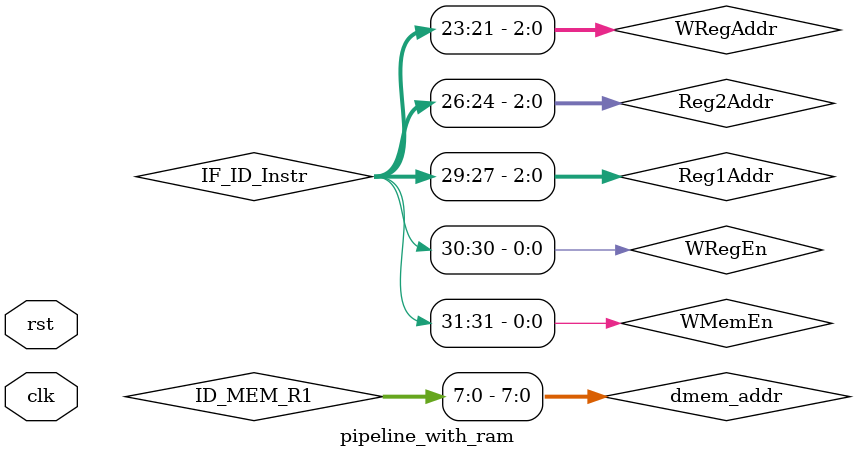
<source format=v>
`timescale 1ns / 1ps

module pipeline_with_ram (
    input clk,
    input rst
);

    // PC 
    reg  [8:0]  PC;              // Program Counter
    wire [31:0] Instruction;     
    
    // Pipeline Register 1 (IF -> ID)
    reg  [31:0] IF_ID_Instr;
    
    // Instruction Format 
    wire        WMemEn   = IF_ID_Instr[31];
    wire        WRegEn   = IF_ID_Instr[30];
    wire [2:0]  Reg1Addr = IF_ID_Instr[29:27];
    wire [2:0]  Reg2Addr = IF_ID_Instr[26:24];
    wire [2:0]  WRegAddr = IF_ID_Instr[23:21];

    // RegFile
    wire [63:0] R1_Data;
    wire [63:0] R2_Data;

    // Pipeline Register 2 (ID -> MEM)
    reg  [63:0] ID_MEM_R1;      
    reg  [63:0] ID_MEM_R2;      
    reg         ID_MEM_WMemEn;
    reg         ID_MEM_WRegEn;
    reg  [2:0]  ID_MEM_WRegAddr;

    // D_MEM
    wire [63:0] Mem_Dout;
    wire [7:0] dmem_addr;
    assign dmem_addr = ID_MEM_R1[7:0];

    // Pipeline Register 3 (MEM -> WB)
    reg  [63:0] MEM_WB_Data;    
    reg         MEM_WB_WRegEn;
    reg  [2:0]  MEM_WB_WRegAddr;

    // module
    // A. I_MEM 
    imem imem_inst (
        .clka(clk),
        .dina(32'b0),
        .addra(PC),          
        .wea(1'b0),
        .douta(Instruction)  
    );

    // RegFile
    Reg_File regfile_inst (
        .clk(clk),
        .rst_n(rst),
        .r0addr(Reg1Addr),   
        .r1addr(Reg2Addr),
        .r0data(R1_Data),
        .r1data(R2_Data),
        .wena(MEM_WB_WRegEn),
        .waddr(MEM_WB_WRegAddr),
        .wdata(MEM_WB_Data)
    );

    // D_MEM
    dmem dmem_inst (
     .clka (clk),                    
     .dina (ID_MEM_R2),              
     .addra(dmem_addr),             
     .wea(ID_MEM_WMemEn),          
     .clkb (clk),                    
     .addrb(dmem_addr),              
     .doutb(Mem_Dout)                
    );

    //  Pipeline Registers
    // Fetch (PC +1)
    always @(posedge clk) begin
        if (rst) 
            PC <= 0;
        else 
            PC <= PC + 1; 
    end

    // IF -> ID 
    always @(posedge clk) begin
        if (rst) 
            IF_ID_Instr <= 0;
        else 
            IF_ID_Instr <= Instruction;
    end

    // ID -> MEM 
    always @(posedge clk) begin
        if (rst) begin
            ID_MEM_R1       <= 0;
            ID_MEM_R2       <= 0;
            ID_MEM_WMemEn   <= 0;
            ID_MEM_WRegEn   <= 0;
            ID_MEM_WRegAddr <= 0;
        end else begin
            ID_MEM_R1       <= R1_Data;     
            ID_MEM_R2       <= R2_Data;     
            ID_MEM_WMemEn   <= WMemEn;      
            ID_MEM_WRegEn   <= WRegEn;
            ID_MEM_WRegAddr <= WRegAddr;
        end
    end

    // MEM -> WB
    always @(posedge clk) begin
        if (rst) begin
            MEM_WB_Data     <= 0;
            MEM_WB_WRegEn   <= 0;
            MEM_WB_WRegAddr <= 0;
        end else begin
            MEM_WB_Data     <= Mem_Dout;      
            MEM_WB_WRegEn   <= ID_MEM_WRegEn; 
            MEM_WB_WRegAddr <= ID_MEM_WRegAddr;
        end
    end

endmodule
</source>
